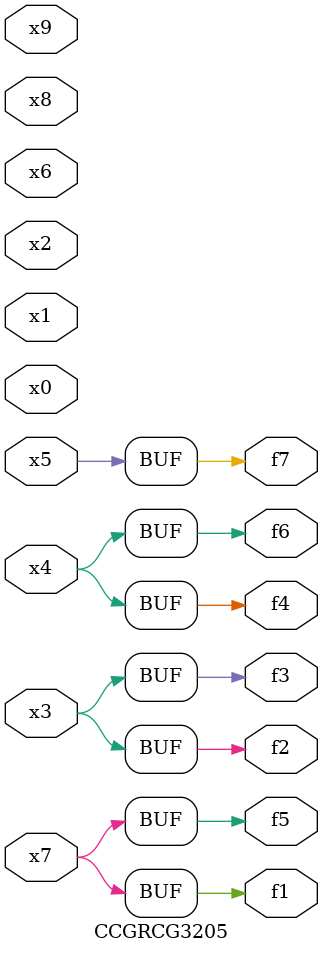
<source format=v>
module CCGRCG3205(
	input x0, x1, x2, x3, x4, x5, x6, x7, x8, x9,
	output f1, f2, f3, f4, f5, f6, f7
);
	assign f1 = x7;
	assign f2 = x3;
	assign f3 = x3;
	assign f4 = x4;
	assign f5 = x7;
	assign f6 = x4;
	assign f7 = x5;
endmodule

</source>
